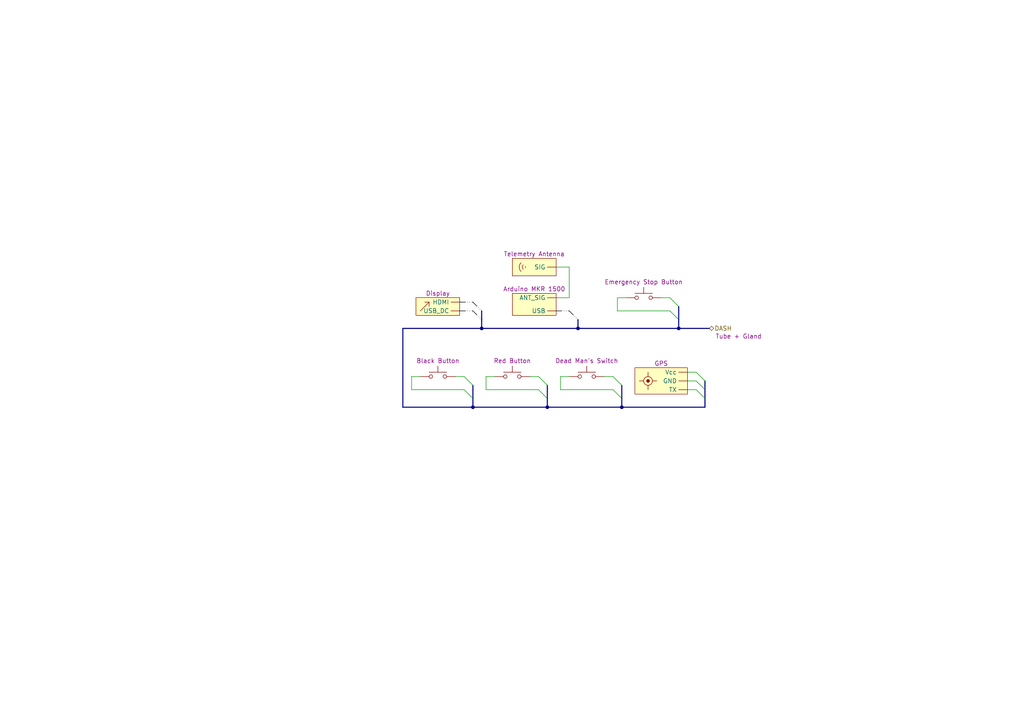
<source format=kicad_sch>
(kicad_sch (version 20231120) (generator "eeschema") (generator_version "8.0")
  (paper "A4")
  (title_block (title "Dashboard Layout") (date "2024-06-04") (rev "1.3.0") (company "Exocet Polytechnique Montréal"))
  (lib_symbols
    (symbol "Exocet_Electrical:Antenna"
      (property "Reference" "ANT" (at 0 0 0))
      (symbol "Antenna_0_1"
        (arc (start -3.81 -2.54) (mid -4.3361 -3.81) (end -3.81 -5.08))
        (arc (start -3.175 -3.175) (mid -3.438 -3.81) (end -3.175 -4.445))
        (circle (center -2.54 -3.81) (radius 0.0001))
      )
      (symbol "Antenna_1_1"
        (rectangle (start -6.35 -1.27) (end 6.35 -6.35) (fill (type background)))
        (pin input line (at 6.35 -3.81 180) (length 2.54) (name "SIG") (number ""))
      )
    )
    (symbol "Exocet_Electrical:Arduino"
      (property "Reference" "ARD" (at 0 0 0))
      (symbol "Arduino_1_1"
        (rectangle (start -6.35 -1.27) (end 6.35 -7.62) (fill (type background)))
        (pin output line (at -6.35 -2.54 0) (length 2.54) (name "ANT_SIG") (number ""))
        (pin input line (at -6.35 -6.35 0) (length 2.54) (name "USB") (number ""))
      )
    )
    (symbol "Exocet_Electrical:Display"
      (property "Reference" "DSP" (at 0 0 0))
      (symbol "Display_0_1"
        (rectangle (start -6.35 -1.27) (end 6.35 -6.35) (fill (type background)))
        (polyline (pts (xy -2.54 -2.54) (xy -2.54 -3.81)))
        (polyline (pts (xy -5.08 -5.08) (xy -2.54 -2.54) (xy -3.81 -2.54)))
      )
      (symbol "Display_1_1"
        (pin input line (at 6.35 -2.54 180) (length 2.54) (name "HDMI") (number ""))
        (pin power_in line (at 6.35 -5.08 180) (length 2.54) (name "USB_DC") (number ""))
      )
    )
    (symbol "Exocet_Electrical:GPS"
      (property "Reference" "GPS" (at 0 0 0))
      (symbol "GPS_1_1"
        (rectangle (start -7.62 -1.27) (end 7.62 -8.89) (fill (type background)))
        (circle (center -3.81 -5.08) (radius 0.0001) (stroke (width 0.5)))
        (circle (center -3.81 -5.08) (radius 1.27))
        (polyline (pts (xy -5.08 -5.08) (xy -6.35 -5.08)))
        (polyline (pts (xy -3.81 -6.35) (xy -3.81 -7.62)))
        (polyline (pts (xy -3.81 -3.81) (xy -3.81 -2.54)))
        (polyline (pts (xy -2.54 -5.08) (xy -1.27 -5.08)))
        (pin power_in line (at 7.62 -5.08 180) (length 2.54) (name "GND") (number ""))
        (pin output line (at 7.62 -7.62 180) (length 2.54) (name "TX") (number ""))
        (pin power_in line (at 7.62 -2.54 180) (length 2.54) (name "Vcc") (number ""))
      )
    )
    (symbol "Switch:SW_Push" (pin_numbers hide) (pin_names (offset 1.016) hide)
      (property "Reference" "SW" (at 1.27 2.54 0))
      (property "Value" "SW_Push" (at 0 -1.524 0))
      (symbol "SW_Push_0_1"
        (circle (center -2.032 0) (radius 0.508))
        (polyline (pts (xy 0 1.27) (xy 0 3.048)))
        (polyline (pts (xy 2.54 1.27) (xy -2.54 1.27)))
        (circle (center 2.032 0) (radius 0.508))
        (pin passive line (at -5.08 0 0) (length 2.54) (name "1") (number "1"))
        (pin passive line (at 5.08 0 180) (length 2.54) (name "2") (number "2"))
      )
    )
  )
  (junction (at 180.34 118.11))
  (junction (at 158.75 118.11))
  (junction (at 139.7 95.25))
  (junction (at 196.85 95.25))
  (junction (at 137.16 118.11))
  (junction (at 167.64 95.25))
  (bus_entry (at 156.21 109.22) (size 2.54 2.54))
  (bus_entry (at 134.62 113.03) (size 2.54 2.54))
  (bus_entry (at 194.31 86.36) (size 2.54 2.54))
  (bus_entry (at 177.8 109.22) (size 2.54 2.54))
  (bus_entry (at 156.21 113.03) (size 2.54 2.54))
  (bus_entry (at 134.62 109.22) (size 2.54 2.54))
  (bus_entry (at 177.8 113.03) (size 2.54 2.54))
  (bus_entry (at 201.93 107.95) (size 2.54 2.54))
  (bus_entry (at 137.16 87.63) (size 2.54 2.54) (stroke (width 0) (type dash_dot_dot) (color 0 0 0 1)))
  (bus_entry (at 201.93 113.03) (size 2.54 2.54))
  (bus_entry (at 137.16 90.17) (size 2.54 2.54) (stroke (width 0) (type dash_dot_dot) (color 0 0 0 1)))
  (bus_entry (at 165.1 90.17) (size 2.54 2.54) (stroke (width 0) (type dash_dot_dot) (color 0 0 0 1)))
  (bus_entry (at 194.31 90.17) (size 2.54 2.54))
  (bus_entry (at 201.93 110.49) (size 2.54 2.54))
  (bus (pts (xy 139.7 90.17) (xy 139.7 92.71)))
  (wire (pts (xy 132.08 109.22) (xy 134.62 109.22)))
  (wire (pts (xy 162.56 109.22) (xy 162.56 113.03)))
  (wire (pts (xy 133.35 90.17) (xy 137.16 90.17)) (stroke (width 0) (type dash_dot_dot) (color 0 0 0 1)))
  (bus (pts (xy 180.34 115.57) (xy 180.34 118.11)))
  (wire (pts (xy 165.1 77.47) (xy 161.29 77.47)))
  (bus (pts (xy 139.7 92.71) (xy 139.7 95.25)))
  (bus (pts (xy 116.84 95.25) (xy 116.84 118.11)))
  (bus (pts (xy 196.85 95.25) (xy 205.74 95.25)))
  (bus (pts (xy 158.75 115.57) (xy 158.75 118.11)))
  (bus (pts (xy 180.34 118.11) (xy 204.47 118.11)))
  (bus (pts (xy 137.16 115.57) (xy 137.16 118.11)))
  (bus (pts (xy 158.75 118.11) (xy 180.34 118.11)))
  (bus (pts (xy 196.85 92.71) (xy 196.85 95.25)))
  (bus (pts (xy 116.84 118.11) (xy 137.16 118.11)))
  (wire (pts (xy 153.67 109.22) (xy 156.21 109.22)))
  (wire (pts (xy 162.56 113.03) (xy 177.8 113.03)))
  (wire (pts (xy 161.29 86.36) (xy 165.1 86.36)))
  (bus (pts (xy 196.85 88.9) (xy 196.85 92.71)))
  (wire (pts (xy 199.39 113.03) (xy 201.93 113.03)))
  (wire (pts (xy 165.1 77.47) (xy 165.1 86.36)))
  (wire (pts (xy 161.29 90.17) (xy 165.1 90.17)) (stroke (width 0) (type dash_dot_dot) (color 0 0 0 1)))
  (bus (pts (xy 137.16 111.76) (xy 137.16 115.57)))
  (wire (pts (xy 191.77 86.36) (xy 194.31 86.36)))
  (wire (pts (xy 119.38 109.22) (xy 121.92 109.22)))
  (wire (pts (xy 165.1 109.22) (xy 162.56 109.22)))
  (wire (pts (xy 194.31 90.17) (xy 179.07 90.17)))
  (wire (pts (xy 199.39 107.95) (xy 201.93 107.95)))
  (wire (pts (xy 179.07 90.17) (xy 179.07 86.36)))
  (wire (pts (xy 119.38 113.03) (xy 119.38 109.22)))
  (bus (pts (xy 137.16 118.11) (xy 158.75 118.11)))
  (wire (pts (xy 134.62 113.03) (xy 119.38 113.03)))
  (bus (pts (xy 167.64 95.25) (xy 196.85 95.25)))
  (bus (pts (xy 167.64 92.71) (xy 167.64 95.25)))
  (wire (pts (xy 175.26 109.22) (xy 177.8 109.22)))
  (wire (pts (xy 156.21 113.03) (xy 140.97 113.03)))
  (wire (pts (xy 133.35 87.63) (xy 137.16 87.63)) (stroke (width 0) (type dash_dot_dot) (color 0 0 0 1)))
  (bus (pts (xy 204.47 113.03) (xy 204.47 115.57)))
  (bus (pts (xy 139.7 95.25) (xy 167.64 95.25)))
  (bus (pts (xy 180.34 115.57) (xy 180.34 111.76)))
  (wire (pts (xy 140.97 113.03) (xy 140.97 109.22)))
  (wire (pts (xy 140.97 109.22) (xy 143.51 109.22)))
  (bus (pts (xy 116.84 95.25) (xy 139.7 95.25)))
  (wire (pts (xy 199.39 110.49) (xy 201.93 110.49)))
  (bus (pts (xy 204.47 115.57) (xy 204.47 118.11)))
  (wire (pts (xy 179.07 86.36) (xy 181.61 86.36)))
  (bus (pts (xy 158.75 111.76) (xy 158.75 115.57)))
  (bus (pts (xy 204.47 110.49) (xy 204.47 113.03)))
  (hierarchical_label "DASH" (shape bidirectional) (at 205.74 95.25 0) (property "Connector" "Tube + Gland" (at 207.518 97.536 0) (effects (justify left))))
  (symbol (lib_id "Switch:SW_Push") (at 170.18 109.22 0) (unit 1)
    (property "Reference" "SW2" (effects (hide yes)))
    (property "Name" "Dead Man's Switch" (at 170.18 104.648 0))
  )
  (symbol (lib_id "Exocet_Electrical:Antenna") (at 154.94 73.66 0) (unit 1)
    (property "Reference" "ANT1" (effects (hide yes)))
    (property "Name" "Telemetry Antenna" (at 154.94 73.66 0))
  )
  (symbol (lib_id "Switch:SW_Push") (at 148.59 109.22 0) (unit 1)
    (property "Reference" "SW4" (effects (hide yes)))
    (property "Value" "SW_Push" (effects (hide yes)))
    (property "Description" "Push button switch, generic, two pins" (effects (hide yes)))
    (property "Name" "Red Button" (at 148.59 104.648 0))
  )
  (symbol (lib_id "Exocet_Electrical:Display") (at 127 85.09 0) (unit 1)
    (property "Reference" "DSP1" (effects (hide yes)))
    (property "Name" "Display" (at 127 85.09 0))
  )
  (symbol (lib_id "Exocet_Electrical:GPS") (at 191.77 105.41 0) (unit 1)
    (property "Reference" "GPS1" (effects (hide yes)))
    (property "Name" "GPS" (at 191.77 105.41 0))
  )
  (symbol (lib_id "Switch:SW_Push") (at 186.69 86.36 0) (unit 1)
    (property "Reference" "SW1" (effects (hide yes)))
    (property "Value" "SW_Push" (effects (hide yes)))
    (property "Description" "Push button switch, generic, two pins" (effects (hide yes)))
    (property "Name" "Emergency Stop Button" (at 186.69 81.788 0))
  )
  (symbol (lib_id "Switch:SW_Push") (at 127 109.22 0) (unit 1)
    (property "Reference" "SW3" (effects (hide yes)))
    (property "Value" "SW_Push" (effects (hide yes)))
    (property "Description" "Push button switch, generic, two pins" (effects (hide yes)))
    (property "Name" "Black Button" (at 127 104.648 0))
  )
  (symbol (lib_id "Exocet_Electrical:Arduino") (at 154.94 83.82 0) (mirror y) (unit 1)
    (property "Reference" "ARD1" (effects (hide yes)))
    (property "Name" "Arduino MKR 1500" (at 154.94 83.82 0))
  )
)
</source>
